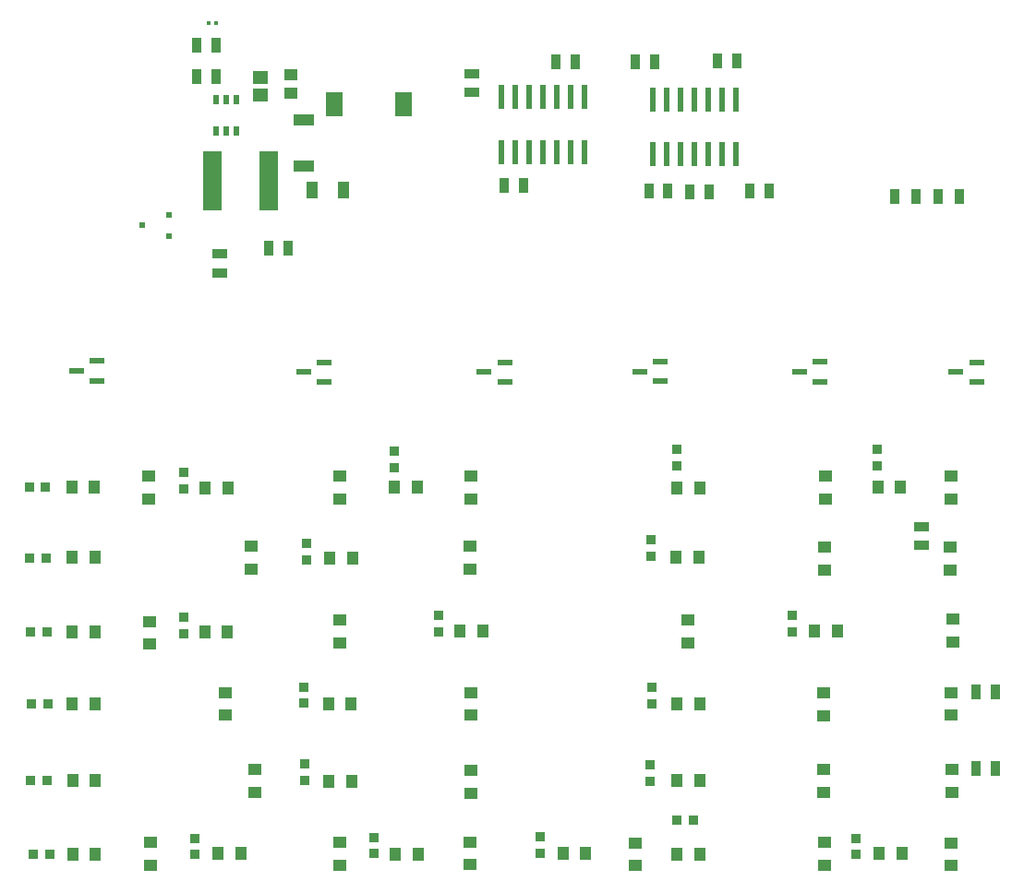
<source format=gbr>
%TF.GenerationSoftware,KiCad,Pcbnew,8.0.3*%
%TF.CreationDate,2024-08-08T10:10:12-07:00*%
%TF.ProjectId,VULED,56554c45-442e-46b6-9963-61645f706362,rev?*%
%TF.SameCoordinates,Original*%
%TF.FileFunction,Paste,Top*%
%TF.FilePolarity,Positive*%
%FSLAX46Y46*%
G04 Gerber Fmt 4.6, Leading zero omitted, Abs format (unit mm)*
G04 Created by KiCad (PCBNEW 8.0.3) date 2024-08-08 10:10:12*
%MOMM*%
%LPD*%
G01*
G04 APERTURE LIST*
G04 Aperture macros list*
%AMRoundRect*
0 Rectangle with rounded corners*
0 $1 Rounding radius*
0 $2 $3 $4 $5 $6 $7 $8 $9 X,Y pos of 4 corners*
0 Add a 4 corners polygon primitive as box body*
4,1,4,$2,$3,$4,$5,$6,$7,$8,$9,$2,$3,0*
0 Add four circle primitives for the rounded corners*
1,1,$1+$1,$2,$3*
1,1,$1+$1,$4,$5*
1,1,$1+$1,$6,$7*
1,1,$1+$1,$8,$9*
0 Add four rect primitives between the rounded corners*
20,1,$1+$1,$2,$3,$4,$5,0*
20,1,$1+$1,$4,$5,$6,$7,0*
20,1,$1+$1,$6,$7,$8,$9,0*
20,1,$1+$1,$8,$9,$2,$3,0*%
G04 Aperture macros list end*
%ADD10R,0.930000X0.870000*%
%ADD11R,1.320800X0.558800*%
%ADD12R,1.200000X1.100000*%
%ADD13R,1.100000X1.200000*%
%ADD14R,0.870000X0.930000*%
%ADD15R,0.920000X1.420000*%
%ADD16RoundRect,0.079500X-0.079500X-0.100500X0.079500X-0.100500X0.079500X0.100500X-0.079500X0.100500X0*%
%ADD17R,0.558800X0.901700*%
%ADD18R,0.812800X1.397000*%
%ADD19R,1.066800X1.600200*%
%ADD20R,1.500000X2.200000*%
%ADD21R,1.449997X1.305598*%
%ADD22R,1.854200X1.066800*%
%ADD23R,1.193800X1.016000*%
%ADD24R,0.558800X2.286000*%
%ADD25R,1.397000X0.812800*%
%ADD26R,1.651000X5.410200*%
%ADD27R,0.508000X0.508000*%
G04 APERTURE END LIST*
D10*
%TO.C,R29*%
X107970000Y-126305000D03*
X107970000Y-124795000D03*
%TD*%
D11*
%TO.C,Q5*%
X78109800Y-89654999D03*
X78109800Y-87825001D03*
X76230200Y-88740000D03*
%TD*%
D12*
%TO.C,D36*%
X91505000Y-127370000D03*
X91505000Y-125270000D03*
%TD*%
D13*
%TO.C,D35*%
X80615000Y-126250000D03*
X78515000Y-126250000D03*
%TD*%
D12*
%TO.C,D14*%
X91445000Y-106805000D03*
X91445000Y-104705000D03*
%TD*%
%TO.C,D47*%
X106620000Y-134035000D03*
X106620000Y-131935000D03*
%TD*%
D10*
%TO.C,R46*%
X110375000Y-97295000D03*
X110375000Y-95785000D03*
%TD*%
D14*
%TO.C,R31*%
X52725000Y-119205000D03*
X51215000Y-119205000D03*
%TD*%
D15*
%TO.C,R2*%
X136350000Y-72595000D03*
X134350000Y-72595000D03*
%TD*%
D13*
%TO.C,D18*%
X57070000Y-112585000D03*
X54970000Y-112585000D03*
%TD*%
D16*
%TO.C,C4*%
X67465000Y-56725000D03*
X68155000Y-56725000D03*
%TD*%
D12*
%TO.C,D29*%
X91520000Y-120235000D03*
X91520000Y-118135000D03*
%TD*%
D11*
%TO.C,Q6*%
X57269800Y-89524999D03*
X57269800Y-87695001D03*
X55390200Y-88610000D03*
%TD*%
D13*
%TO.C,D46*%
X102070000Y-132935000D03*
X99970000Y-132935000D03*
%TD*%
D17*
%TO.C,U3*%
X68134999Y-66634150D03*
X69085000Y-66634150D03*
X70035001Y-66634150D03*
X70035001Y-63725850D03*
X69085000Y-63725850D03*
X68134999Y-63725850D03*
%TD*%
D10*
%TO.C,R41*%
X108060000Y-105660000D03*
X108060000Y-104150000D03*
%TD*%
D13*
%TO.C,D7*%
X112515000Y-99355000D03*
X110415000Y-99355000D03*
%TD*%
D10*
%TO.C,R45*%
X84470000Y-97480000D03*
X84470000Y-95970000D03*
%TD*%
%TO.C,R17*%
X66230000Y-133020000D03*
X66230000Y-131510000D03*
%TD*%
D18*
%TO.C,R16*%
X99328850Y-60259963D03*
X101081450Y-60259963D03*
%TD*%
D12*
%TO.C,D25*%
X135735000Y-113530000D03*
X135735000Y-111430000D03*
%TD*%
D18*
%TO.C,R3*%
X113392450Y-72159563D03*
X111639850Y-72159563D03*
%TD*%
D12*
%TO.C,D21*%
X79485000Y-113565000D03*
X79485000Y-111465000D03*
%TD*%
D10*
%TO.C,R36*%
X65180000Y-112730000D03*
X65180000Y-111220000D03*
%TD*%
D19*
%TO.C,C2*%
X79847400Y-72060000D03*
X77002600Y-72060000D03*
%TD*%
D12*
%TO.C,D40*%
X62175000Y-134010000D03*
X62175000Y-131910000D03*
%TD*%
D10*
%TO.C,R37*%
X88585000Y-112580000D03*
X88585000Y-111070000D03*
%TD*%
%TO.C,R26*%
X126860000Y-133015000D03*
X126860000Y-131505000D03*
%TD*%
D20*
%TO.C,L1*%
X79025000Y-64150000D03*
X85325000Y-64150000D03*
%TD*%
D11*
%TO.C,Q2*%
X123519800Y-89599999D03*
X123519800Y-87770001D03*
X121640200Y-88685000D03*
%TD*%
D10*
%TO.C,R40*%
X76480000Y-105960000D03*
X76480000Y-104450000D03*
%TD*%
D21*
%TO.C,C3*%
X72190000Y-63302799D03*
X72190000Y-61697201D03*
%TD*%
D14*
%TO.C,R43*%
X52535000Y-99300000D03*
X51025000Y-99300000D03*
%TD*%
D12*
%TO.C,D38*%
X123875000Y-127280000D03*
X123875000Y-125180000D03*
%TD*%
D13*
%TO.C,D28*%
X80560000Y-119195000D03*
X78460000Y-119195000D03*
%TD*%
%TO.C,D42*%
X70450000Y-132935000D03*
X68350000Y-132935000D03*
%TD*%
D22*
%TO.C,D51*%
X76205000Y-65554100D03*
X76205000Y-69795900D03*
%TD*%
D23*
%TO.C,R25*%
X75020000Y-63115900D03*
X75020000Y-61414100D03*
%TD*%
D24*
%TO.C,U1*%
X108226150Y-68754563D03*
X109496150Y-68754563D03*
X110766150Y-68754563D03*
X112036150Y-68754563D03*
X113306150Y-68754563D03*
X114576150Y-68754563D03*
X115846150Y-68754563D03*
X115846150Y-63725363D03*
X114576150Y-63725363D03*
X113306150Y-63725363D03*
X112036150Y-63725363D03*
X110766150Y-63725363D03*
X109496150Y-63725363D03*
X108226150Y-63725363D03*
%TD*%
D12*
%TO.C,D12*%
X71420000Y-106785000D03*
X71420000Y-104685000D03*
%TD*%
D13*
%TO.C,D37*%
X112545000Y-126230000D03*
X110445000Y-126230000D03*
%TD*%
D11*
%TO.C,Q4*%
X94629800Y-89654999D03*
X94629800Y-87825001D03*
X92750200Y-88740000D03*
%TD*%
D18*
%TO.C,R30*%
X137882400Y-125085000D03*
X139635000Y-125085000D03*
%TD*%
D12*
%TO.C,D34*%
X71710000Y-127310000D03*
X71710000Y-125210000D03*
%TD*%
D13*
%TO.C,D9*%
X130945000Y-99300000D03*
X128845000Y-99300000D03*
%TD*%
D18*
%TO.C,R24*%
X68136300Y-61575000D03*
X66383700Y-61575000D03*
%TD*%
D12*
%TO.C,D19*%
X62105000Y-113705000D03*
X62105000Y-111605000D03*
%TD*%
D14*
%TO.C,R27*%
X52645000Y-126200000D03*
X51135000Y-126200000D03*
%TD*%
D10*
%TO.C,R33*%
X108155000Y-119205000D03*
X108155000Y-117695000D03*
%TD*%
D14*
%TO.C,R39*%
X52585000Y-105835000D03*
X51075000Y-105835000D03*
%TD*%
%TO.C,R21*%
X110430000Y-129815000D03*
X111940000Y-129815000D03*
%TD*%
D12*
%TO.C,D10*%
X135520000Y-100385000D03*
X135520000Y-98285000D03*
%TD*%
D10*
%TO.C,R47*%
X128810000Y-97320000D03*
X128810000Y-95810000D03*
%TD*%
D25*
%TO.C,R42*%
X132885000Y-104640000D03*
X132885000Y-102887400D03*
%TD*%
D13*
%TO.C,D44*%
X86675000Y-132955000D03*
X84575000Y-132955000D03*
%TD*%
%TO.C,D1*%
X57030000Y-99260000D03*
X54930000Y-99260000D03*
%TD*%
D26*
%TO.C,C1*%
X67836900Y-71135000D03*
X72993100Y-71135000D03*
%TD*%
D18*
%TO.C,R15*%
X106598850Y-60274963D03*
X108351450Y-60274963D03*
%TD*%
D12*
%TO.C,D49*%
X123920000Y-133985000D03*
X123920000Y-131885000D03*
%TD*%
D13*
%TO.C,D3*%
X69275000Y-99375000D03*
X67175000Y-99375000D03*
%TD*%
D18*
%TO.C,R4*%
X109607450Y-72134563D03*
X107854850Y-72134563D03*
%TD*%
D13*
%TO.C,D41*%
X57100000Y-132955000D03*
X55000000Y-132955000D03*
%TD*%
%TO.C,D13*%
X80660000Y-105770000D03*
X78560000Y-105770000D03*
%TD*%
D12*
%TO.C,D8*%
X124020000Y-100385000D03*
X124020000Y-98285000D03*
%TD*%
%TO.C,D52*%
X135580000Y-134035000D03*
X135580000Y-131935000D03*
%TD*%
D10*
%TO.C,R18*%
X82640000Y-132925000D03*
X82640000Y-131415000D03*
%TD*%
D12*
%TO.C,D27*%
X69020000Y-120235000D03*
X69020000Y-118135000D03*
%TD*%
%TO.C,D31*%
X123890000Y-120240000D03*
X123890000Y-118140000D03*
%TD*%
D13*
%TO.C,D50*%
X131040000Y-132925000D03*
X128940000Y-132925000D03*
%TD*%
%TO.C,D30*%
X112550000Y-119180000D03*
X110450000Y-119180000D03*
%TD*%
D12*
%TO.C,D16*%
X124000000Y-106895000D03*
X124000000Y-104795000D03*
%TD*%
D10*
%TO.C,R44*%
X65195000Y-99430000D03*
X65195000Y-97920000D03*
%TD*%
D14*
%TO.C,R35*%
X52650000Y-112595000D03*
X51140000Y-112595000D03*
%TD*%
D11*
%TO.C,Q1*%
X108924600Y-89584999D03*
X108924600Y-87755001D03*
X107045000Y-88670000D03*
%TD*%
D13*
%TO.C,D11*%
X57070000Y-105760000D03*
X54970000Y-105760000D03*
%TD*%
D18*
%TO.C,R19*%
X96341450Y-71619963D03*
X94588850Y-71619963D03*
%TD*%
%TO.C,R5*%
X74776300Y-77345000D03*
X73023700Y-77345000D03*
%TD*%
D25*
%TO.C,R48*%
X68465000Y-77893700D03*
X68465000Y-79646300D03*
%TD*%
D12*
%TO.C,D45*%
X91450000Y-133940000D03*
X91450000Y-131840000D03*
%TD*%
D11*
%TO.C,Q3*%
X137894800Y-89654999D03*
X137894800Y-87825001D03*
X136015200Y-88740000D03*
%TD*%
D10*
%TO.C,R28*%
X76285000Y-126230000D03*
X76285000Y-124720000D03*
%TD*%
D24*
%TO.C,U2*%
X101950150Y-63485363D03*
X100680150Y-63485363D03*
X99410150Y-63485363D03*
X98140150Y-63485363D03*
X96870150Y-63485363D03*
X95600150Y-63485363D03*
X94330150Y-63485363D03*
X94330150Y-68514563D03*
X95600150Y-68514563D03*
X96870150Y-68514563D03*
X98140150Y-68514563D03*
X99410150Y-68514563D03*
X100680150Y-68514563D03*
X101950150Y-68514563D03*
%TD*%
D27*
%TO.C,Q7*%
X63813800Y-76225001D03*
X63813800Y-74324999D03*
X61426200Y-75275000D03*
%TD*%
D14*
%TO.C,R12*%
X52930000Y-133005000D03*
X51420000Y-133005000D03*
%TD*%
D13*
%TO.C,D33*%
X57100000Y-126235000D03*
X55000000Y-126235000D03*
%TD*%
D15*
%TO.C,R1*%
X130360000Y-72630000D03*
X132360000Y-72630000D03*
%TD*%
D12*
%TO.C,D4*%
X79520000Y-100385000D03*
X79520000Y-98285000D03*
%TD*%
D18*
%TO.C,R13*%
X118846450Y-72134963D03*
X117093850Y-72134963D03*
%TD*%
D10*
%TO.C,R20*%
X97845000Y-132920000D03*
X97845000Y-131410000D03*
%TD*%
D13*
%TO.C,D22*%
X92625000Y-112530000D03*
X90525000Y-112530000D03*
%TD*%
%TO.C,D24*%
X125115000Y-112480000D03*
X123015000Y-112480000D03*
%TD*%
D12*
%TO.C,D2*%
X62020000Y-100385000D03*
X62020000Y-98285000D03*
%TD*%
D13*
%TO.C,D48*%
X112515000Y-132950000D03*
X110415000Y-132950000D03*
%TD*%
D25*
%TO.C,R22*%
X91610150Y-61313663D03*
X91610150Y-63066263D03*
%TD*%
D13*
%TO.C,D15*%
X112470000Y-105735000D03*
X110370000Y-105735000D03*
%TD*%
%TO.C,D26*%
X57070000Y-119185000D03*
X54970000Y-119185000D03*
%TD*%
D12*
%TO.C,D32*%
X135520000Y-120235000D03*
X135520000Y-118135000D03*
%TD*%
D18*
%TO.C,R34*%
X137883700Y-118065000D03*
X139636300Y-118065000D03*
%TD*%
%TO.C,R14*%
X114178850Y-60184963D03*
X115931450Y-60184963D03*
%TD*%
D12*
%TO.C,D39*%
X135620000Y-127330000D03*
X135620000Y-125230000D03*
%TD*%
%TO.C,D6*%
X91520000Y-100385000D03*
X91520000Y-98285000D03*
%TD*%
%TO.C,D17*%
X135500000Y-106895000D03*
X135500000Y-104795000D03*
%TD*%
%TO.C,D43*%
X79520000Y-133985000D03*
X79520000Y-131885000D03*
%TD*%
%TO.C,D23*%
X111410000Y-113590000D03*
X111410000Y-111490000D03*
%TD*%
D13*
%TO.C,D20*%
X69215000Y-112560000D03*
X67115000Y-112560000D03*
%TD*%
D10*
%TO.C,R32*%
X76200000Y-119135000D03*
X76200000Y-117625000D03*
%TD*%
%TO.C,R38*%
X120955000Y-112555000D03*
X120955000Y-111045000D03*
%TD*%
D18*
%TO.C,R23*%
X66398700Y-58760000D03*
X68151300Y-58760000D03*
%TD*%
D13*
%TO.C,D5*%
X86635000Y-99320000D03*
X84535000Y-99320000D03*
%TD*%
M02*

</source>
